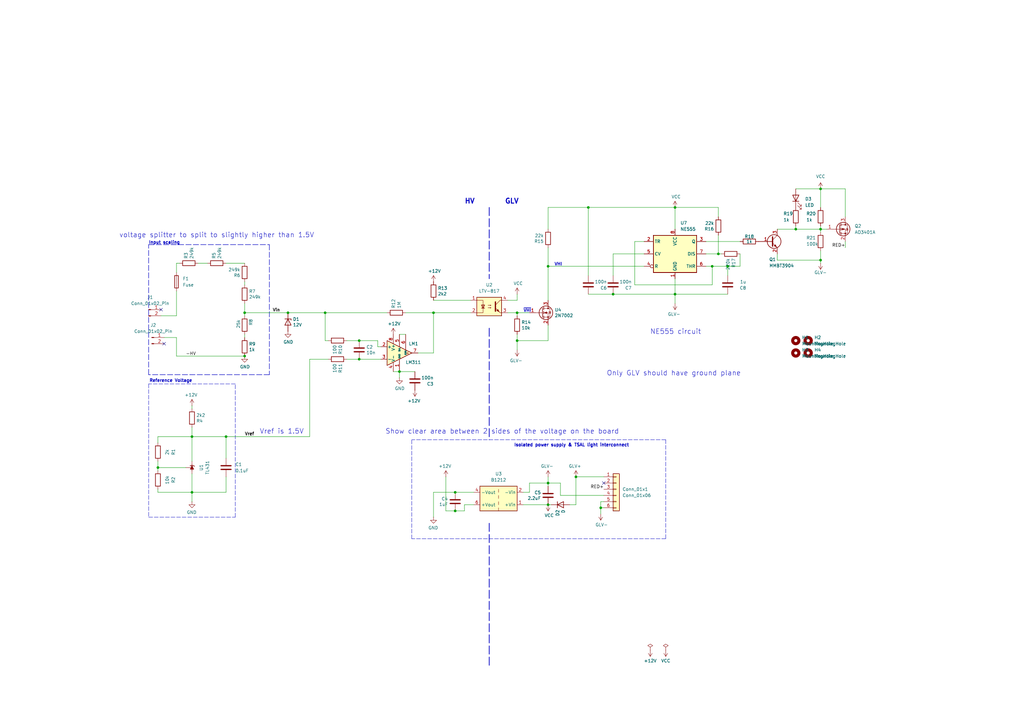
<source format=kicad_sch>
(kicad_sch (version 20231120) (generator "eeschema") (generator_version "8.0")
  (paper "A3")
  (title_block (title "TSAL") (date "2020-03-11") (rev "3.1") (company "NU Racing (UoN)") (comment 1 "Michael Ruppe") (comment 2 "github.com/michaelruppe/FSAE"))
  (lib_symbols
    (symbol "Comparator:LM311" (pin_names (offset 0.127))
      (property "Reference" "U" (at 3.81 6.35 0))
      (property "Value" "LM311" (at 3.81 3.81 0))
      (symbol "LM311_0_1"
        (polyline (pts (xy 5.08 0) (xy -5.08 5.08) (xy -5.08 -5.08) (xy 5.08 0)) (stroke (width 0.254)) (fill (type background)))
        (polyline (pts (xy 3.683 -0.381) (xy 3.302 -0.381) (xy 3.683 0) (xy 3.302 0.381) (xy 2.921 0) (xy 3.302 -0.381) (xy 2.921 -0.381)) (stroke (width 0.127)))
      )
      (symbol "LM311_1_1"
        (pin passive line (at 0 -7.62 90) (length 5.08) (name "GND") (number "1"))
        (pin input line (at -7.62 2.54 0) (length 2.54) (name "+") (number "2"))
        (pin input line (at -7.62 -2.54 0) (length 2.54) (name "-") (number "3"))
        (pin power_in line (at -2.54 -7.62 90) (length 3.81) (name "V-") (number "4"))
        (pin input line (at 0 7.62 270) (length 5.08) (name "BAL") (number "5"))
        (pin input line (at 2.54 7.62 270) (length 6.35) (name "STRB") (number "6"))
        (pin open_collector line (at 7.62 0 180) (length 2.54) (name "~") (number "7"))
        (pin power_in line (at -2.54 7.62 270) (length 3.81) (name "V+") (number "8"))
      )
    )
    (symbol "Connector:Conn_01x02_Pin" (pin_names (offset 1.016) hide)
      (property "Reference" "J" (at 0 2.54 0))
      (property "Value" "Conn_01x02_Pin" (at 0 -5.08 0))
      (symbol "Conn_01x02_Pin_1_1"
        (polyline (pts (xy 1.27 -2.54) (xy 0.8636 -2.54)) (stroke (width 0.1524)))
        (polyline (pts (xy 1.27 0) (xy 0.8636 0)) (stroke (width 0.1524)))
        (rectangle (start 0.8636 -2.413) (end 0 -2.667) (stroke (width 0.1524)) (fill (type outline)))
        (rectangle (start 0.8636 0.127) (end 0 -0.127) (stroke (width 0.1524)) (fill (type outline)))
        (pin passive line (at 5.08 0 180) (length 3.81) (name "Pin_1") (number "1"))
        (pin passive line (at 5.08 -2.54 180) (length 3.81) (name "Pin_2") (number "2"))
      )
    )
    (symbol "Connector_Generic:Conn_01x06" (pin_names (offset 1.016) hide)
      (property "Reference" "J" (at 0 7.62 0))
      (property "Value" "Conn_01x06" (at 0 -10.16 0))
      (symbol "Conn_01x06_1_1"
        (rectangle (start -1.27 -7.493) (end 0 -7.747) (stroke (width 0.1524)))
        (rectangle (start -1.27 -4.953) (end 0 -5.207) (stroke (width 0.1524)))
        (rectangle (start -1.27 -2.413) (end 0 -2.667) (stroke (width 0.1524)))
        (rectangle (start -1.27 0.127) (end 0 -0.127) (stroke (width 0.1524)))
        (rectangle (start -1.27 2.667) (end 0 2.413) (stroke (width 0.1524)))
        (rectangle (start -1.27 5.207) (end 0 4.953) (stroke (width 0.1524)))
        (rectangle (start -1.27 6.35) (end 1.27 -8.89) (stroke (width 0.254)) (fill (type background)))
        (pin passive line (at -5.08 5.08 0) (length 3.81) (name "Pin_1") (number "1"))
        (pin passive line (at -5.08 2.54 0) (length 3.81) (name "Pin_2") (number "2"))
        (pin passive line (at -5.08 0 0) (length 3.81) (name "Pin_3") (number "3"))
        (pin passive line (at -5.08 -2.54 0) (length 3.81) (name "Pin_4") (number "4"))
        (pin passive line (at -5.08 -5.08 0) (length 3.81) (name "Pin_5") (number "5"))
        (pin passive line (at -5.08 -7.62 0) (length 3.81) (name "Pin_6") (number "6"))
      )
    )
    (symbol "Converter_DCDC:TBA2-1212"
      (property "Reference" "U" (at -6.35 6.35 0))
      (property "Value" "TBA2-1212" (at 2.54 6.35 0))
      (symbol "TBA2-1212_0_1"
        (rectangle (start -7.62 5.08) (end 7.62 -5.08) (stroke (width 0.254)) (fill (type background)))
        (polyline (pts (xy 0 -2.54) (xy 0 -3.81)))
        (polyline (pts (xy 0 0) (xy 0 -1.27)))
        (polyline (pts (xy 0 2.54) (xy 0 1.27)))
        (polyline (pts (xy 0 5.08) (xy 0 3.81)))
      )
      (symbol "TBA2-1212_1_1"
        (pin power_in line (at -10.16 2.54 0) (length 2.54) (name "+Vin") (number "1"))
        (pin power_in line (at -10.16 -2.54 0) (length 2.54) (name "-Vin") (number "2"))
        (pin power_out line (at 10.16 -2.54 180) (length 2.54) (name "-Vout") (number "4"))
        (pin power_out line (at 10.16 2.54 180) (length 2.54) (name "+Vout") (number "6"))
      )
    )
    (symbol "Device:C" (pin_numbers hide) (pin_names (offset 0.254))
      (property "Reference" "C" (at 0.635 2.54 0))
      (property "Value" "C" (at 0.635 -2.54 0))
      (symbol "C_0_1"
        (polyline (pts (xy -2.032 -0.762) (xy 2.032 -0.762)) (stroke (width 0.508)))
        (polyline (pts (xy -2.032 0.762) (xy 2.032 0.762)) (stroke (width 0.508)))
      )
      (symbol "C_1_1"
        (pin passive line (at 0 3.81 270) (length 2.794) (name "~") (number "1"))
        (pin passive line (at 0 -3.81 90) (length 2.794) (name "~") (number "2"))
      )
    )
    (symbol "Device:D" (pin_numbers hide) (pin_names (offset 1.016) hide)
      (property "Reference" "D" (at 0 2.54 0))
      (property "Value" "D" (at 0 -2.54 0))
      (symbol "D_0_1"
        (polyline (pts (xy -1.27 1.27) (xy -1.27 -1.27)) (stroke (width 0.254)))
        (polyline (pts (xy 1.27 0) (xy -1.27 0)))
        (polyline (pts (xy 1.27 1.27) (xy 1.27 -1.27) (xy -1.27 0) (xy 1.27 1.27)) (stroke (width 0.254)))
      )
      (symbol "D_1_1"
        (pin passive line (at -3.81 0 0) (length 2.54) (name "K") (number "1"))
        (pin passive line (at 3.81 0 180) (length 2.54) (name "A") (number "2"))
      )
    )
    (symbol "Device:D_Zener" (pin_numbers hide) (pin_names (offset 1.016) hide)
      (property "Reference" "D" (at 0 2.54 0))
      (property "Value" "D_Zener" (at 0 -2.54 0))
      (symbol "D_Zener_0_1"
        (polyline (pts (xy 1.27 0) (xy -1.27 0)))
        (polyline (pts (xy -1.27 -1.27) (xy -1.27 1.27) (xy -0.762 1.27)) (stroke (width 0.254)))
        (polyline (pts (xy 1.27 -1.27) (xy 1.27 1.27) (xy -1.27 0) (xy 1.27 -1.27)) (stroke (width 0.254)))
      )
      (symbol "D_Zener_1_1"
        (pin passive line (at -3.81 0 0) (length 2.54) (name "K") (number "1"))
        (pin passive line (at 3.81 0 180) (length 2.54) (name "A") (number "2"))
      )
    )
    (symbol "Device:Fuse" (pin_numbers hide) (pin_names (offset 0))
      (property "Reference" "F" (at 2.032 0 90))
      (property "Value" "Fuse" (at -1.905 0 90))
      (symbol "Fuse_0_1"
        (rectangle (start -0.762 -2.54) (end 0.762 2.54) (stroke (width 0.254)))
        (polyline (pts (xy 0 2.54) (xy 0 -2.54)))
      )
      (symbol "Fuse_1_1"
        (pin passive line (at 0 3.81 270) (length 1.27) (name "~") (number "1"))
        (pin passive line (at 0 -3.81 90) (length 1.27) (name "~") (number "2"))
      )
    )
    (symbol "Device:LED" (pin_numbers hide) (pin_names (offset 1.016) hide)
      (property "Reference" "D" (at 0 2.54 0))
      (property "Value" "LED" (at 0 -2.54 0))
      (symbol "LED_0_1"
        (polyline (pts (xy -1.27 -1.27) (xy -1.27 1.27)) (stroke (width 0.254)))
        (polyline (pts (xy -1.27 0) (xy 1.27 0)))
        (polyline (pts (xy 1.27 -1.27) (xy 1.27 1.27) (xy -1.27 0) (xy 1.27 -1.27)) (stroke (width 0.254)))
        (polyline (pts (xy -3.048 -0.762) (xy -4.572 -2.286) (xy -3.81 -2.286) (xy -4.572 -2.286) (xy -4.572 -1.524)))
        (polyline (pts (xy -1.778 -0.762) (xy -3.302 -2.286) (xy -2.54 -2.286) (xy -3.302 -2.286) (xy -3.302 -1.524)))
      )
      (symbol "LED_1_1"
        (pin passive line (at -3.81 0 0) (length 2.54) (name "K") (number "1"))
        (pin passive line (at 3.81 0 180) (length 2.54) (name "A") (number "2"))
      )
    )
    (symbol "Device:R" (pin_numbers hide) (pin_names (offset 0))
      (property "Reference" "R" (at 2.032 0 90))
      (property "Value" "R" (at 0 0 90))
      (symbol "R_0_1"
        (rectangle (start -1.016 -2.54) (end 1.016 2.54) (stroke (width 0.254)))
      )
      (symbol "R_1_1"
        (pin passive line (at 0 3.81 270) (length 1.27) (name "~") (number "1"))
        (pin passive line (at 0 -3.81 90) (length 1.27) (name "~") (number "2"))
      )
    )
    (symbol "Isolator:LTV-817" (pin_names (offset 1.016))
      (property "Reference" "U" (at -5.08 5.08 0))
      (property "Value" "LTV-817" (at 0 5.08 0))
      (symbol "LTV-817_0_1"
        (rectangle (start -5.08 3.81) (end 5.08 -3.81) (stroke (width 0.254)) (fill (type background)))
        (polyline (pts (xy -3.175 -0.635) (xy -1.905 -0.635)) (stroke (width 0.254)))
        (polyline (pts (xy 2.54 0.635) (xy 4.445 2.54)))
        (polyline (pts (xy 4.445 -2.54) (xy 2.54 -0.635)) (fill (type outline)))
        (polyline (pts (xy 4.445 -2.54) (xy 5.08 -2.54)))
        (polyline (pts (xy 4.445 2.54) (xy 5.08 2.54)))
        (polyline (pts (xy -5.08 2.54) (xy -2.54 2.54) (xy -2.54 -0.762)))
        (polyline (pts (xy -2.54 -0.635) (xy -2.54 -2.54) (xy -5.08 -2.54)))
        (polyline (pts (xy 2.54 1.905) (xy 2.54 -1.905) (xy 2.54 -1.905)) (stroke (width 0.508)))
        (polyline (pts (xy -2.54 -0.635) (xy -3.175 0.635) (xy -1.905 0.635) (xy -2.54 -0.635)) (stroke (width 0.254)))
        (polyline (pts (xy -0.508 -0.508) (xy 0.762 -0.508) (xy 0.381 -0.635) (xy 0.381 -0.381) (xy 0.762 -0.508)))
        (polyline (pts (xy -0.508 0.508) (xy 0.762 0.508) (xy 0.381 0.381) (xy 0.381 0.635) (xy 0.762 0.508)))
        (polyline (pts (xy 3.048 -1.651) (xy 3.556 -1.143) (xy 4.064 -2.159) (xy 3.048 -1.651) (xy 3.048 -1.651)) (fill (type outline)))
      )
      (symbol "LTV-817_1_1"
        (pin passive line (at -7.62 2.54 0) (length 2.54) (name "~") (number "1"))
        (pin passive line (at -7.62 -2.54 0) (length 2.54) (name "~") (number "2"))
        (pin passive line (at 7.62 -2.54 180) (length 2.54) (name "~") (number "3"))
        (pin passive line (at 7.62 2.54 180) (length 2.54) (name "~") (number "4"))
      )
    )
    (symbol "Mechanical:MountingHole" (pin_names (offset 1.016)) (exclude_from_sim yes) (in_bom no)
      (property "Reference" "H" (at 0 5.08 0))
      (property "Value" "MountingHole" (at 0 3.175 0))
      (symbol "MountingHole_0_1"
        (circle (center 0 0) (radius 1.27) (stroke (width 1.27)))
      )
    )
    (symbol "Reference_Voltage:TL431LP" (pin_numbers hide) (pin_names hide)
      (property "Reference" "U" (at -2.54 2.54 0))
      (property "Value" "TL431LP" (at 0 -2.54 0))
      (symbol "TL431LP_0_1"
        (polyline (pts (xy -1.27 0) (xy 0 0) (xy 1.27 0)))
        (polyline (pts (xy -0.762 0.762) (xy 0.762 0) (xy -0.762 -0.762)) (fill (type outline)))
        (polyline (pts (xy 0.508 -1.016) (xy 0.762 -0.762) (xy 0.762 0.762) (xy 0.762 0.762)) (stroke (width 0.254)))
      )
      (symbol "TL431LP_1_1"
        (pin passive line (at 0 2.54 270) (length 2.54) (name "REF") (number "1"))
        (pin passive line (at -2.54 0 0) (length 2.54) (name "A") (number "2"))
        (pin passive line (at 2.54 0 180) (length 2.54) (name "K") (number "3"))
      )
    )
    (symbol "Timer:NE555D"
      (property "Reference" "U" (at -10.16 8.89 0))
      (property "Value" "NE555D" (at 2.54 8.89 0))
      (symbol "NE555D_0_0"
        (pin power_in line (at 0 -10.16 90) (length 2.54) (name "GND") (number "1"))
        (pin power_in line (at 0 10.16 270) (length 2.54) (name "VCC") (number "8"))
      )
      (symbol "NE555D_0_1"
        (rectangle (start -8.89 -7.62) (end 8.89 7.62) (stroke (width 0.254)) (fill (type background)))
        (rectangle (start -8.89 -7.62) (end 8.89 7.62) (stroke (width 0.254)) (fill (type background)))
      )
      (symbol "NE555D_1_1"
        (pin input line (at -12.7 5.08 0) (length 3.81) (name "TR") (number "2"))
        (pin output line (at 12.7 5.08 180) (length 3.81) (name "Q") (number "3"))
        (pin input inverted (at -12.7 -5.08 0) (length 3.81) (name "R") (number "4"))
        (pin input line (at -12.7 0 0) (length 3.81) (name "CV") (number "5"))
        (pin input line (at 12.7 -5.08 180) (length 3.81) (name "THR") (number "6"))
        (pin input line (at 12.7 0 180) (length 3.81) (name "DIS") (number "7"))
      )
    )
    (symbol "Transistor_BJT:MMBT3904" (pin_names (offset 0) hide)
      (property "Reference" "Q" (at 5.08 1.905 0))
      (property "Value" "MMBT3904" (at 5.08 0 0))
      (symbol "MMBT3904_0_1"
        (polyline (pts (xy 0.635 0.635) (xy 2.54 2.54)))
        (polyline (pts (xy 0.635 -0.635) (xy 2.54 -2.54) (xy 2.54 -2.54)))
        (polyline (pts (xy 0.635 1.905) (xy 0.635 -1.905) (xy 0.635 -1.905)) (stroke (width 0.508)))
        (polyline (pts (xy 1.27 -1.778) (xy 1.778 -1.27) (xy 2.286 -2.286) (xy 1.27 -1.778) (xy 1.27 -1.778)) (fill (type outline)))
        (circle (center 1.27 0) (radius 2.8194) (stroke (width 0.254)))
      )
      (symbol "MMBT3904_1_1"
        (pin input line (at -5.08 0 0) (length 5.715) (name "B") (number "1"))
        (pin passive line (at 2.54 -5.08 90) (length 2.54) (name "E") (number "2"))
        (pin passive line (at 2.54 5.08 270) (length 2.54) (name "C") (number "3"))
      )
    )
    (symbol "Transistor_FET:2N7002" (pin_names hide)
      (property "Reference" "Q" (at 5.08 1.905 0))
      (property "Value" "2N7002" (at 5.08 0 0))
      (symbol "2N7002_0_1"
        (polyline (pts (xy 0.254 0) (xy -2.54 0)))
        (polyline (pts (xy 0.254 1.905) (xy 0.254 -1.905)) (stroke (width 0.254)))
        (polyline (pts (xy 0.762 -1.27) (xy 0.762 -2.286)) (stroke (width 0.254)))
        (polyline (pts (xy 0.762 0.508) (xy 0.762 -0.508)) (stroke (width 0.254)))
        (polyline (pts (xy 0.762 2.286) (xy 0.762 1.27)) (stroke (width 0.254)))
        (polyline (pts (xy 2.54 2.54) (xy 2.54 1.778)))
        (polyline (pts (xy 2.54 -2.54) (xy 2.54 0) (xy 0.762 0)))
        (polyline (pts (xy 0.762 -1.778) (xy 3.302 -1.778) (xy 3.302 1.778) (xy 0.762 1.778)))
        (polyline (pts (xy 1.016 0) (xy 2.032 0.381) (xy 2.032 -0.381) (xy 1.016 0)) (fill (type outline)))
        (polyline (pts (xy 2.794 0.508) (xy 2.921 0.381) (xy 3.683 0.381) (xy 3.81 0.254)))
        (polyline (pts (xy 3.302 0.381) (xy 2.921 -0.254) (xy 3.683 -0.254) (xy 3.302 0.381)))
        (circle (center 1.651 0) (radius 2.794) (stroke (width 0.254)))
        (circle (center 2.54 -1.778) (radius 0.254) (fill (type outline)))
        (circle (center 2.54 1.778) (radius 0.254) (fill (type outline)))
      )
      (symbol "2N7002_1_1"
        (pin input line (at -5.08 0 0) (length 2.54) (name "G") (number "1"))
        (pin passive line (at 2.54 -5.08 90) (length 2.54) (name "S") (number "2"))
        (pin passive line (at 2.54 5.08 270) (length 2.54) (name "D") (number "3"))
      )
    )
    (symbol "Transistor_FET:AO3401A" (pin_names hide)
      (property "Reference" "Q" (at 5.08 1.905 0))
      (property "Value" "AO3401A" (at 5.08 0 0))
      (symbol "AO3401A_0_1"
        (polyline (pts (xy 0.254 0) (xy -2.54 0)))
        (polyline (pts (xy 0.254 1.905) (xy 0.254 -1.905)) (stroke (width 0.254)))
        (polyline (pts (xy 0.762 -1.27) (xy 0.762 -2.286)) (stroke (width 0.254)))
        (polyline (pts (xy 0.762 0.508) (xy 0.762 -0.508)) (stroke (width 0.254)))
        (polyline (pts (xy 0.762 2.286) (xy 0.762 1.27)) (stroke (width 0.254)))
        (polyline (pts (xy 2.54 2.54) (xy 2.54 1.778)))
        (polyline (pts (xy 2.54 -2.54) (xy 2.54 0) (xy 0.762 0)))
        (polyline (pts (xy 0.762 1.778) (xy 3.302 1.778) (xy 3.302 -1.778) (xy 0.762 -1.778)))
        (polyline (pts (xy 2.286 0) (xy 1.27 0.381) (xy 1.27 -0.381) (xy 2.286 0)) (fill (type outline)))
        (polyline (pts (xy 2.794 -0.508) (xy 2.921 -0.381) (xy 3.683 -0.381) (xy 3.81 -0.254)))
        (polyline (pts (xy 3.302 -0.381) (xy 2.921 0.254) (xy 3.683 0.254) (xy 3.302 -0.381)))
        (circle (center 1.651 0) (radius 2.794) (stroke (width 0.254)))
        (circle (center 2.54 -1.778) (radius 0.254) (fill (type outline)))
        (circle (center 2.54 1.778) (radius 0.254) (fill (type outline)))
      )
      (symbol "AO3401A_1_1"
        (pin input line (at -5.08 0 0) (length 2.54) (name "G") (number "1"))
        (pin passive line (at 2.54 -5.08 90) (length 2.54) (name "S") (number "2"))
        (pin passive line (at 2.54 5.08 270) (length 2.54) (name "D") (number "3"))
      )
    )
    (symbol "power-symbol-library:GLV+" (power) (pin_names (offset 0))
      (property "Value" "GLV+" (at 0 3.81 0))
      (symbol "GLV+_0_1"
        (polyline (pts (xy -0.762 1.27) (xy 0 2.54)))
        (polyline (pts (xy 0 0) (xy 0 2.54)))
        (polyline (pts (xy 0 2.54) (xy 0.762 1.27)))
      )
      (symbol "GLV+_1_1"
        (pin power_in line (at 0 0 90) (length 0) hide (name "GLV+") (number "1"))
      )
    )
    (symbol "power-symbol-library:GLV-" (power) (pin_names (offset 0))
      (property "Value" "GLV-" (at 0 3.81 0))
      (symbol "GLV-_0_1"
        (polyline (pts (xy -0.762 1.27) (xy 0 2.54)))
        (polyline (pts (xy 0 0) (xy 0 2.54)))
        (polyline (pts (xy 0 2.54) (xy 0.762 1.27)))
      )
      (symbol "GLV-_1_1"
        (pin power_in line (at 0 0 90) (length 0) hide (name "GLV-") (number "1"))
      )
    )
    (symbol "power:+12V" (power) (pin_numbers hide) (pin_names (offset 0) hide)
      (property "Value" "+12V" (at 0 3.556 0))
      (symbol "+12V_0_1"
        (polyline (pts (xy -0.762 1.27) (xy 0 2.54)))
        (polyline (pts (xy 0 0) (xy 0 2.54)))
        (polyline (pts (xy 0 2.54) (xy 0.762 1.27)))
      )
      (symbol "+12V_1_1"
        (pin power_in line (at 0 0 90) (length 0) (name "~") (number "1"))
      )
    )
    (symbol "power:GND" (power) (pin_numbers hide) (pin_names (offset 0) hide)
      (property "Value" "GND" (at 0 -3.81 0))
      (symbol "GND_0_1"
        (polyline (pts (xy 0 0) (xy 0 -1.27) (xy 1.27 -1.27) (xy 0 -2.54) (xy -1.27 -1.27) (xy 0 -1.27)))
      )
      (symbol "GND_1_1"
        (pin power_in line (at 0 0 270) (length 0) (name "~") (number "1"))
      )
    )
    (symbol "power:PWR_FLAG" (power) (pin_numbers hide) (pin_names (offset 0) hide)
      (property "Value" "PWR_FLAG" (at 0 3.81 0))
      (symbol "PWR_FLAG_0_0"
        (pin power_out line (at 0 0 90) (length 0) (name "~") (number "1"))
      )
      (symbol "PWR_FLAG_0_1"
        (polyline (pts (xy 0 0) (xy 0 1.27) (xy -1.016 1.905) (xy 0 2.54) (xy 1.016 1.905) (xy 0 1.27)))
      )
    )
    (symbol "power:VCC" (power) (pin_numbers hide) (pin_names (offset 0) hide)
      (property "Value" "VCC" (at 0 3.556 0))
      (symbol "VCC_0_1"
        (polyline (pts (xy -0.762 1.27) (xy 0 2.54)))
        (polyline (pts (xy 0 0) (xy 0 2.54)))
        (polyline (pts (xy 0 2.54) (xy 0.762 1.27)))
      )
      (symbol "VCC_1_1"
        (pin power_in line (at 0 0 90) (length 0) (name "~") (number "1"))
      )
    )
  )
  (junction (at 336.55 93.98))
  (junction (at 163.83 152.4))
  (junction (at 92.71 179.07))
  (junction (at 224.79 207.01))
  (junction (at 241.3 85.09))
  (junction (at 336.55 77.47))
  (junction (at 147.32 147.32))
  (junction (at 100.33 128.27))
  (junction (at 212.09 128.27))
  (junction (at 186.69 201.93))
  (junction (at 177.8 128.27))
  (junction (at 78.74 179.07))
  (junction (at 336.55 106.68))
  (junction (at 212.09 139.7))
  (junction (at 133.35 128.27))
  (junction (at 100.33 146.05))
  (junction (at 64.77 191.77))
  (junction (at 186.69 209.55))
  (junction (at 118.11 128.27))
  (junction (at 276.86 120.65))
  (junction (at 294.64 104.14))
  (junction (at 224.79 198.12))
  (junction (at 147.32 139.7))
  (junction (at 236.22 195.58))
  (junction (at 224.79 109.22))
  (junction (at 276.86 85.09))
  (junction (at 298.45 109.22))
  (junction (at 292.1 109.22))
  (junction (at 246.38 208.28))
  (junction (at 326.39 93.98))
  (junction (at 78.74 201.93))
  (junction (at 251.46 120.65))
  (no_connect (at 247.65 198.12))
  (no_connect (at 66.04 127))
  (no_connect (at 67.31 140.97))
  (wire (pts (xy 92.71 201.93) (xy 78.74 201.93)))
  (polyline (pts (xy 110.49 153.67) (xy 60.96 153.67)) (stroke (width 0.2032) (type dash)))
  (polyline (pts (xy 273.05 220.98) (xy 168.91 220.98)) (stroke (width 0) (type dash)))
  (wire (pts (xy 336.55 106.68) (xy 336.55 107.95)))
  (wire (pts (xy 212.09 139.7) (xy 212.09 137.16)))
  (wire (pts (xy 260.35 116.84) (xy 292.1 116.84)))
  (wire (pts (xy 294.64 104.14) (xy 295.91 104.14)))
  (wire (pts (xy 190.5 207.01) (xy 194.31 207.01)))
  (wire (pts (xy 156.21 142.24) (xy 154.94 142.24)))
  (wire (pts (xy 134.62 147.32) (xy 127 147.32)))
  (polyline (pts (xy 96.52 157.48) (xy 60.96 157.48)) (stroke (width 0) (type dash)))
  (wire (pts (xy 224.79 109.22) (xy 264.16 109.22)))
  (wire (pts (xy 100.33 129.54) (xy 100.33 128.27)))
  (wire (pts (xy 276.86 85.09) (xy 276.86 93.98)))
  (wire (pts (xy 64.77 191.77) (xy 64.77 193.04)))
  (wire (pts (xy 326.39 93.98) (xy 326.39 92.71)))
  (wire (pts (xy 72.39 111.76) (xy 72.39 107.95)))
  (wire (pts (xy 326.39 77.47) (xy 336.55 77.47)))
  (wire (pts (xy 177.8 212.09) (xy 177.8 201.93)))
  (wire (pts (xy 336.55 102.87) (xy 336.55 106.68)))
  (wire (pts (xy 92.71 107.95) (xy 100.33 107.95)))
  (polyline (pts (xy 200.66 85.09) (xy 200.66 114.3)) (stroke (width 0.3048) (type dash)))
  (polyline (pts (xy 110.49 100.33) (xy 110.49 153.67)) (stroke (width 0.2032) (type dash)))
  (wire (pts (xy 212.09 123.19) (xy 212.09 120.65)))
  (wire (pts (xy 224.79 85.09) (xy 241.3 85.09)))
  (polyline (pts (xy 60.96 100.33) (xy 110.49 100.33)) (stroke (width 0.2032) (type dash)))
  (wire (pts (xy 346.71 99.06) (xy 346.71 101.6)))
  (wire (pts (xy 64.77 201.93) (xy 64.77 200.66)))
  (wire (pts (xy 100.33 137.16) (xy 100.33 138.43)))
  (wire (pts (xy 326.39 93.98) (xy 336.55 93.98)))
  (wire (pts (xy 336.55 92.71) (xy 336.55 93.98)))
  (wire (pts (xy 78.74 201.93) (xy 78.74 205.74)))
  (wire (pts (xy 64.77 189.23) (xy 64.77 191.77)))
  (polyline (pts (xy 60.96 153.67) (xy 60.96 100.33)) (stroke (width 0.2032) (type dash)))
  (wire (pts (xy 177.8 144.78) (xy 177.8 128.27)))
  (wire (pts (xy 318.77 104.14) (xy 318.77 106.68)))
  (wire (pts (xy 318.77 106.68) (xy 336.55 106.68)))
  (wire (pts (xy 212.09 128.27) (xy 212.09 129.54)))
  (wire (pts (xy 241.3 85.09) (xy 276.86 85.09)))
  (wire (pts (xy 72.39 107.95) (xy 73.66 107.95)))
  (wire (pts (xy 224.79 109.22) (xy 224.79 101.6)))
  (wire (pts (xy 236.22 195.58) (xy 247.65 195.58)))
  (wire (pts (xy 326.39 93.98) (xy 318.77 93.98)))
  (wire (pts (xy 92.71 179.07) (xy 127 179.07)))
  (polyline (pts (xy 200.66 134.62) (xy 200.66 180.34)) (stroke (width 0.3048) (type dash)))
  (wire (pts (xy 264.16 99.06) (xy 260.35 99.06)))
  (wire (pts (xy 247.65 203.2) (xy 229.87 203.2)))
  (polyline (pts (xy 168.91 220.98) (xy 168.91 180.34)) (stroke (width 0) (type dash)))
  (polyline (pts (xy 273.05 180.34) (xy 168.91 180.34)) (stroke (width 0) (type dash)))
  (wire (pts (xy 289.56 104.14) (xy 294.64 104.14)))
  (wire (pts (xy 100.33 124.46) (xy 100.33 128.27)))
  (wire (pts (xy 78.74 167.64) (xy 78.74 166.37)))
  (polyline (pts (xy 60.96 212.09) (xy 96.52 212.09)) (stroke (width 0) (type dash)))
  (wire (pts (xy 224.79 93.98) (xy 224.79 85.09)))
  (wire (pts (xy 177.8 144.78) (xy 171.45 144.78)))
  (wire (pts (xy 81.28 107.95) (xy 85.09 107.95)))
  (wire (pts (xy 241.3 113.03) (xy 241.3 85.09)))
  (wire (pts (xy 78.74 194.31) (xy 78.74 201.93)))
  (wire (pts (xy 212.09 143.51) (xy 212.09 139.7)))
  (wire (pts (xy 147.32 139.7) (xy 142.24 139.7)))
  (wire (pts (xy 177.8 201.93) (xy 186.69 201.93)))
  (wire (pts (xy 224.79 195.58) (xy 224.79 198.12)))
  (wire (pts (xy 251.46 104.14) (xy 251.46 113.03)))
  (wire (pts (xy 190.5 209.55) (xy 186.69 209.55)))
  (wire (pts (xy 214.63 207.01) (xy 224.79 207.01)))
  (polyline (pts (xy 200.66 214.63) (xy 200.66 273.05)) (stroke (width 0.3048) (type dash)))
  (wire (pts (xy 133.35 128.27) (xy 158.75 128.27)))
  (wire (pts (xy 236.22 195.58) (xy 236.22 207.01)))
  (wire (pts (xy 303.53 104.14) (xy 303.53 109.22)))
  (wire (pts (xy 78.74 175.26) (xy 78.74 179.07)))
  (wire (pts (xy 133.35 128.27) (xy 133.35 139.7)))
  (wire (pts (xy 276.86 85.09) (xy 294.64 85.09)))
  (wire (pts (xy 208.28 123.19) (xy 212.09 123.19)))
  (wire (pts (xy 224.79 198.12) (xy 217.17 198.12)))
  (wire (pts (xy 186.69 209.55) (xy 182.88 209.55)))
  (wire (pts (xy 264.16 104.14) (xy 251.46 104.14)))
  (wire (pts (xy 298.45 109.22) (xy 292.1 109.22)))
  (wire (pts (xy 224.79 198.12) (xy 224.79 199.39)))
  (wire (pts (xy 127 147.32) (xy 127 179.07)))
  (wire (pts (xy 251.46 120.65) (xy 276.86 120.65)))
  (wire (pts (xy 154.94 139.7) (xy 147.32 139.7)))
  (wire (pts (xy 92.71 195.58) (xy 92.71 201.93)))
  (wire (pts (xy 142.24 147.32) (xy 147.32 147.32)))
  (wire (pts (xy 177.8 123.19) (xy 193.04 123.19)))
  (wire (pts (xy 292.1 116.84) (xy 292.1 109.22)))
  (wire (pts (xy 72.39 138.43) (xy 72.39 146.05)))
  (wire (pts (xy 336.55 93.98) (xy 336.55 95.25)))
  (wire (pts (xy 64.77 191.77) (xy 76.2 191.77)))
  (wire (pts (xy 100.33 128.27) (xy 118.11 128.27)))
  (wire (pts (xy 229.87 203.2) (xy 229.87 198.12)))
  (wire (pts (xy 346.71 77.47) (xy 346.71 88.9)))
  (wire (pts (xy 163.83 152.4) (xy 163.83 154.94)))
  (wire (pts (xy 163.83 137.16) (xy 166.37 137.16)))
  (wire (pts (xy 241.3 120.65) (xy 251.46 120.65)))
  (wire (pts (xy 133.35 139.7) (xy 134.62 139.7)))
  (wire (pts (xy 67.31 138.43) (xy 72.39 138.43)))
  (wire (pts (xy 78.74 179.07) (xy 92.71 179.07)))
  (wire (pts (xy 163.83 152.4) (xy 170.18 152.4)))
  (polyline (pts (xy 273.05 180.34) (xy 273.05 220.98)) (stroke (width 0) (type dash)))
  (wire (pts (xy 336.55 77.47) (xy 346.71 77.47)))
  (wire (pts (xy 161.29 152.4) (xy 163.83 152.4)))
  (wire (pts (xy 72.39 146.05) (xy 100.33 146.05)))
  (wire (pts (xy 298.45 120.65) (xy 276.86 120.65)))
  (wire (pts (xy 212.09 128.27) (xy 217.17 128.27)))
  (wire (pts (xy 64.77 201.93) (xy 78.74 201.93)))
  (wire (pts (xy 236.22 207.01) (xy 233.68 207.01)))
  (wire (pts (xy 78.74 179.07) (xy 78.74 189.23)))
  (wire (pts (xy 64.77 179.07) (xy 64.77 181.61)))
  (wire (pts (xy 276.86 120.65) (xy 276.86 124.46)))
  (wire (pts (xy 336.55 77.47) (xy 336.55 85.09)))
  (wire (pts (xy 100.33 115.57) (xy 100.33 116.84)))
  (wire (pts (xy 247.65 208.28) (xy 246.38 208.28)))
  (wire (pts (xy 226.06 207.01) (xy 224.79 207.01)))
  (wire (pts (xy 229.87 198.12) (xy 224.79 198.12)))
  (wire (pts (xy 64.77 179.07) (xy 78.74 179.07)))
  (wire (pts (xy 224.79 139.7) (xy 212.09 139.7)))
  (wire (pts (xy 182.88 195.58) (xy 182.88 209.55)))
  (wire (pts (xy 247.65 205.74) (xy 246.38 205.74)))
  (wire (pts (xy 217.17 201.93) (xy 214.63 201.93)))
  (wire (pts (xy 154.94 142.24) (xy 154.94 139.7)))
  (wire (pts (xy 186.69 201.93) (xy 194.31 201.93)))
  (polyline (pts (xy 60.96 157.48) (xy 60.96 212.09)) (stroke (width 0) (type dash)))
  (wire (pts (xy 303.53 109.22) (xy 298.45 109.22)))
  (wire (pts (xy 224.79 133.35) (xy 224.79 139.7)))
  (polyline (pts (xy 96.52 212.09) (xy 96.52 157.48)) (stroke (width 0) (type dash)))
  (wire (pts (xy 294.64 85.09) (xy 294.64 88.9)))
  (wire (pts (xy 190.5 209.55) (xy 190.5 207.01)))
  (wire (pts (xy 72.39 119.38) (xy 72.39 129.54)))
  (wire (pts (xy 260.35 99.06) (xy 260.35 116.84)))
  (wire (pts (xy 92.71 179.07) (xy 92.71 187.96)))
  (wire (pts (xy 298.45 113.03) (xy 298.45 109.22)))
  (wire (pts (xy 289.56 99.06) (xy 303.53 99.06)))
  (wire (pts (xy 118.11 128.27) (xy 133.35 128.27)))
  (wire (pts (xy 292.1 109.22) (xy 289.56 109.22)))
  (wire (pts (xy 66.04 129.54) (xy 72.39 129.54)))
  (wire (pts (xy 246.38 205.74) (xy 246.38 208.28)))
  (wire (pts (xy 276.86 120.65) (xy 276.86 114.3)))
  (wire (pts (xy 166.37 128.27) (xy 177.8 128.27)))
  (wire (pts (xy 224.79 109.22) (xy 224.79 123.19)))
  (wire (pts (xy 147.32 147.32) (xy 156.21 147.32)))
  (wire (pts (xy 246.38 208.28) (xy 246.38 210.82)))
  (wire (pts (xy 294.64 96.52) (xy 294.64 104.14)))
  (wire (pts (xy 212.09 128.27) (xy 208.28 128.27)))
  (wire (pts (xy 177.8 128.27) (xy 193.04 128.27)))
  (wire (pts (xy 336.55 93.98) (xy 339.09 93.98)))
  (wire (pts (xy 217.17 198.12) (xy 217.17 201.93)))
  (text "voltage splitter to split to slightly higher than 1.5V" (at 88.9 96.52 0) (effects (font (size 2.0066 2.0066))))
  (text "Show clear area between 2 sides of the voltage on the board" (at 205.994 177.038 0) (effects (font (size 2.0066 2.0066))))
  (text "Isolated power supply & TSAL light interconnect" (at 258.064 183.388 0) (effects (font (size 1.27 1.27) (thickness 0.254) (bold yes)) (justify right bottom)))
  (text "Reference Voltage" (at 61.214 156.972 0) (effects (font (size 1.27 1.27) (thickness 0.254) (bold yes)) (justify left bottom)))
  (text "~{VHI}" (at 214.63 128.27 0) (effects (font (size 1.27 1.27) (thickness 0.254) (bold yes)) (justify left bottom)))
  (text "Input scaling" (at 60.96 100.33 0) (effects (font (size 1.27 1.27) (thickness 0.254) (bold yes)) (justify left bottom)))
  (text "Only GLV should have ground plane" (at 276.352 153.162 0) (effects (font (size 2.0066 2.0066))))
  (text "GLV" (at 207.01 83.82 0) (effects (font (size 2.0066 2.0066) (thickness 0.4013) (bold yes)) (justify left bottom)))
  (text "VHI" (at 227.33 109.22 0) (effects (font (size 1.27 1.27) (thickness 0.254) (bold yes)) (justify left bottom)))
  (text "Vref is 1.5V\n" (at 115.57 177.038 0) (effects (font (size 2.0066 2.0066))))
  (text "NE555 circuit" (at 277.114 136.144 0) (effects (font (size 2.0066 2.0066))))
  (text "HV" (at 190.5 83.82 0) (effects (font (size 2.0066 2.0066) (thickness 0.4013) (bold yes)) (justify left bottom)))
  (label "-HV" (at 76.2 146.05 0))
  (label "RED+" (at 247.65 200.66 180))
  (label "RED+" (at 346.71 101.6 180))
  (label "Vin" (at 111.76 128.27 0) (effects (font (thickness 0.254) (bold yes))))
  (label "Vref" (at 100.33 179.07 0) (effects (font (thickness 0.254) (bold yes))))
  (symbol (lib_id "Device:R") (at 100.33 120.65 0) (unit 1)
    (property "Reference" "R7" (at 102.108 119.4816 0) (effects (justify left)))
    (property "Value" "249k" (at 102.108 121.793 0) (effects (justify left)))
    (property "Footprint" "Resistor_SMD:R_1206_3216Metric_Pad1.30x1.75mm_HandSolder" (effects (hide yes)))
  )
  (symbol (lib_id "Device:R") (at 100.33 133.35 180) (unit 1)
    (property "Reference" "R8" (at 102.87 130.81 90) (effects (justify left)))
    (property "Value" "25k" (at 97.79 131.0386 90) (effects (justify left)))
    (property "Footprint" "Resistor_SMD:R_1206_3216Metric_Pad1.30x1.75mm_HandSolder" (effects (hide yes)))
  )
  (symbol (lib_id "Device:C") (at 224.79 203.2 0) (mirror y) (unit 1)
    (property "Reference" "C5" (at 221.869 202.0316 0) (effects (justify left)))
    (property "Value" "2.2uF" (at 221.869 204.343 0) (effects (justify left)))
    (property "Footprint" "Capacitor_SMD:C_1206_3216Metric_Pad1.33x1.80mm_HandSolder" (effects (hide yes)))
  )
  (symbol (lib_id "power:+12V") (at 182.88 195.58 0) (mirror y) (unit 1)
    (property "Reference" "#PWR010" (effects (hide yes)))
    (property "Value" "+12V" (at 182.499 191.1858 0))
  )
  (symbol (lib_id "power:GND") (at 177.8 212.09 0) (mirror y) (unit 1)
    (property "Reference" "#PWR09" (effects (hide yes)))
    (property "Value" "GND" (at 177.673 216.4842 0))
  )
  (symbol (lib_id "Device:R") (at 138.43 147.32 270) (unit 1)
    (property "Reference" "R11" (at 139.5984 149.098 0) (effects (justify left)))
    (property "Value" "100" (at 137.287 149.098 0) (effects (justify left)))
    (property "Footprint" "Resistor_SMD:R_1206_3216Metric_Pad1.30x1.75mm_HandSolder" (effects (hide yes)))
  )
  (symbol (lib_id "Device:C") (at 147.32 143.51 0) (unit 1)
    (property "Reference" "C2" (at 150.241 142.3416 0) (effects (justify left)))
    (property "Value" "10n" (at 150.241 144.653 0) (effects (justify left)))
    (property "Footprint" "Capacitor_SMD:C_1206_3216Metric_Pad1.33x1.80mm_HandSolder" (effects (hide yes)))
  )
  (symbol (lib_id "Device:R") (at 138.43 139.7 270) (unit 1)
    (property "Reference" "R10" (at 139.5984 141.478 0) (effects (justify left)))
    (property "Value" "100" (at 137.287 141.478 0) (effects (justify left)))
    (property "Footprint" "Resistor_SMD:R_1206_3216Metric_Pad1.30x1.75mm_HandSolder" (effects (hide yes)))
  )
  (symbol (lib_id "Device:D_Zener") (at 118.11 132.08 270) (unit 1)
    (property "Reference" "D1" (at 120.1166 130.9116 90) (effects (justify left)))
    (property "Value" "12V" (at 120.1166 133.223 90) (effects (justify left)))
    (property "Footprint" "Diode_THT:D_DO-35_SOD27_P7.62mm_Horizontal" (effects (hide yes)))
  )
  (symbol (lib_id "power:GND") (at 118.11 135.89 0) (unit 1)
    (property "Reference" "#PWR04" (effects (hide yes)))
    (property "Value" "GND" (at 118.237 140.2842 0))
  )
  (symbol (lib_id "Device:R") (at 100.33 142.24 0) (unit 1)
    (property "Reference" "R9" (at 102.108 141.0716 0) (effects (justify left)))
    (property "Value" "1k" (at 102.108 143.383 0) (effects (justify left)))
    (property "Footprint" "Resistor_SMD:R_1206_3216Metric_Pad1.30x1.75mm_HandSolder" (effects (hide yes)))
  )
  (symbol (lib_id "power:GND") (at 100.33 146.05 0) (unit 1)
    (property "Reference" "#PWR03" (effects (hide yes)))
    (property "Value" "GND" (at 100.457 150.4442 0))
  )
  (symbol (lib_id "Device:R") (at 100.33 111.76 180) (unit 1)
    (property "Reference" "R6" (at 98.552 112.9284 0) (effects (justify left)))
    (property "Value" "249k" (at 98.552 110.617 0) (effects (justify left)))
    (property "Footprint" "Resistor_SMD:R_1206_3216Metric_Pad1.30x1.75mm_HandSolder" (effects (hide yes)))
  )
  (symbol (lib_id "Device:R") (at 162.56 128.27 90) (unit 1)
    (property "Reference" "R12" (at 161.3916 126.492 0) (effects (justify left)))
    (property "Value" "1M" (at 163.703 126.492 0) (effects (justify left)))
    (property "Footprint" "Resistor_SMD:R_1206_3216Metric_Pad1.30x1.75mm_HandSolder" (effects (hide yes)))
    (property "Description" "optional" (effects (hide yes)))
  )
  (symbol (lib_id "Device:C") (at 170.18 156.21 180) (unit 1)
    (property "Reference" "C3" (at 177.8 157.48 0) (effects (justify left)))
    (property "Value" "100n" (at 177.8 154.94 0) (effects (justify left)))
    (property "Footprint" "Capacitor_SMD:C_1206_3216Metric_Pad1.33x1.80mm_HandSolder" (effects (hide yes)))
  )
  (symbol (lib_id "power:+12V") (at 170.18 160.02 180) (unit 1)
    (property "Reference" "#PWR07" (effects (hide yes)))
    (property "Value" "+12V" (at 169.799 164.4142 0))
  )
  (symbol (lib_id "Comparator:LM311") (at 163.83 144.78 0) (unit 1)
    (property "Reference" "LM1" (at 167.64 140.97 0) (effects (justify left)))
    (property "Value" "LM311" (at 166.37 148.59 0) (effects (justify left)))
    (property "Footprint" "Package_SO:SOIC-8_3.9x4.9mm_P1.27mm" (effects (hide yes)))
    (property "Datasheet" "http://www.ti.com/lit/ds/symlink/lm311.pdf" (effects (hide yes)))
  )
  (symbol (lib_id "power:GND") (at 163.83 154.94 0) (unit 1)
    (property "Reference" "#PWR06" (effects (hide yes)))
    (property "Value" "GND" (at 163.957 159.3342 0))
  )
  (symbol (lib_id "power:+12V") (at 161.29 137.16 0) (unit 1)
    (property "Reference" "#PWR05" (effects (hide yes)))
    (property "Value" "+12V" (at 161.671 132.7658 0))
  )
  (symbol (lib_id "Device:D") (at 229.87 207.01 0) (mirror x) (unit 1)
    (property "Reference" "D2" (at 228.7016 209.0166 90) (effects (justify left)))
    (property "Value" "D" (at 231.013 209.0166 90) (effects (justify left)))
    (property "Footprint" "Diode_SMD:D_SMA_Handsoldering" (effects (hide yes)))
  )
  (symbol (lib_id "power:+12V") (at 177.8 115.57 0) (unit 1)
    (property "Reference" "#PWR08" (effects (hide yes)))
    (property "Value" "+12V" (at 178.181 111.1758 0))
  )
  (symbol (lib_id "Device:R") (at 177.8 119.38 0) (unit 1)
    (property "Reference" "R13" (at 179.578 118.2116 0) (effects (justify left)))
    (property "Value" "2k2" (at 179.578 120.523 0) (effects (justify left)))
    (property "Footprint" "Resistor_SMD:R_1206_3216Metric_Pad1.30x1.75mm_HandSolder" (effects (hide yes)))
  )
  (symbol (lib_id "power-symbol-library:GLV-") (at 212.09 143.51 180) (unit 1)
    (property "Reference" "#PWR012" (effects (hide yes)))
    (property "Value" "GLV-" (at 211.709 147.9042 0))
  )
  (symbol (lib_id "Device:R") (at 212.09 133.35 0) (unit 1)
    (property "Reference" "R14" (at 213.868 132.1816 0) (effects (justify left)))
    (property "Value" "10k" (at 213.868 134.493 0) (effects (justify left)))
    (property "Footprint" "Resistor_SMD:R_1206_3216Metric_Pad1.30x1.75mm_HandSolder" (effects (hide yes)))
  )
  (symbol (lib_id "Device:C") (at 251.46 116.84 180) (unit 1)
    (property "Reference" "C7" (at 259.08 118.11 0) (effects (justify left)))
    (property "Value" "100n" (at 259.08 115.57 0) (effects (justify left)))
    (property "Footprint" "Capacitor_SMD:C_1206_3216Metric_Pad1.33x1.80mm_HandSolder" (effects (hide yes)))
  )
  (symbol (lib_id "Device:R") (at 299.72 104.14 270) (unit 1)
    (property "Reference" "R17" (at 300.8884 105.918 0) (effects (justify left)))
    (property "Value" "220k" (at 298.577 105.918 0) (effects (justify left)))
    (property "Footprint" "Resistor_SMD:R_1206_3216Metric_Pad1.30x1.75mm_HandSolder" (effects (hide yes)))
  )
  (symbol (lib_id "Device:C") (at 241.3 116.84 180) (unit 1)
    (property "Reference" "C6" (at 248.92 118.11 0) (effects (justify left)))
    (property "Value" "100n" (at 248.92 115.57 0) (effects (justify left)))
    (property "Footprint" "Capacitor_SMD:C_1206_3216Metric_Pad1.33x1.80mm_HandSolder" (effects (hide yes)))
  )
  (symbol (lib_id "Device:C") (at 298.45 116.84 180) (unit 1)
    (property "Reference" "C8" (at 306.07 118.11 0) (effects (justify left)))
    (property "Value" "1u" (at 306.07 115.57 0) (effects (justify left)))
    (property "Footprint" "Capacitor_SMD:C_1206_3216Metric_Pad1.33x1.80mm_HandSolder" (effects (hide yes)))
  )
  (symbol (lib_id "Device:R") (at 294.64 92.71 180) (unit 1)
    (property "Reference" "R16" (at 292.862 93.8784 0) (effects (justify left)))
    (property "Value" "22k" (at 292.862 91.567 0) (effects (justify left)))
    (property "Footprint" "Resistor_SMD:R_1206_3216Metric_Pad1.30x1.75mm_HandSolder" (effects (hide yes)))
  )
  (symbol (lib_id "Device:R") (at 88.9 107.95 90) (unit 1)
    (property "Reference" "R5" (at 87.7316 106.172 0) (effects (justify left)))
    (property "Value" "249k" (at 90.043 106.172 0) (effects (justify left)))
    (property "Footprint" "Resistor_SMD:R_1206_3216Metric_Pad1.30x1.75mm_HandSolder" (effects (hide yes)))
  )
  (symbol (lib_id "Device:R") (at 77.47 107.95 90) (unit 1)
    (property "Reference" "R3" (at 76.3016 106.172 0) (effects (justify left)))
    (property "Value" "249k" (at 78.613 106.172 0) (effects (justify left)))
    (property "Footprint" "Resistor_SMD:R_1206_3216Metric_Pad1.30x1.75mm_HandSolder" (effects (hide yes)))
  )
  (symbol (lib_id "power-symbol-library:GLV+") (at 236.22 195.58 0) (mirror y) (unit 1)
    (property "Reference" "#PWR015" (effects (hide yes)))
    (property "Value" "GLV+" (at 235.839 191.1858 0))
  )
  (symbol (lib_id "power-symbol-library:GLV-") (at 224.79 195.58 0) (mirror y) (unit 1)
    (property "Reference" "#PWR013" (effects (hide yes)))
    (property "Value" "GLV-" (at 224.409 191.1858 0))
  )
  (symbol (lib_id "Transistor_FET:2N7002") (at 222.25 128.27 0) (unit 1)
    (property "Reference" "U4" (at 227.4824 127.1016 0) (effects (justify left)))
    (property "Value" "2N7002" (at 227.4824 129.413 0) (effects (justify left)))
    (property "Footprint" "Package_TO_SOT_SMD:SOT-23" (effects (hide yes)))
    (property "Datasheet" "https://www.fairchildsemi.com/datasheets/2N/2N7002.pdf" (effects (hide yes)))
  )
  (symbol (lib_id "power:VCC") (at 224.79 207.01 0) (mirror x) (unit 1)
    (property "Reference" "#PWR014" (effects (hide yes)))
    (property "Value" "VCC" (at 225.2472 211.4042 0))
  )
  (symbol (lib_id "power:VCC") (at 212.09 120.65 0) (unit 1)
    (property "Reference" "#PWR011" (effects (hide yes)))
    (property "Value" "VCC" (at 212.5218 116.2558 0))
  )
  (symbol (lib_id "power:VCC") (at 276.86 85.09 0) (unit 1)
    (property "Reference" "#PWR017" (effects (hide yes)))
    (property "Value" "VCC" (at 277.2918 80.6958 0))
  )
  (symbol (lib_id "Device:R") (at 224.79 97.79 180) (unit 1)
    (property "Reference" "R15" (at 223.012 98.9584 0) (effects (justify left)))
    (property "Value" "22k" (at 223.012 96.647 0) (effects (justify left)))
    (property "Footprint" "Resistor_SMD:R_1206_3216Metric_Pad1.30x1.75mm_HandSolder" (effects (hide yes)))
  )
  (symbol (lib_id "power-symbol-library:GLV-") (at 276.86 124.46 180) (unit 1)
    (property "Reference" "#PWR018" (effects (hide yes)))
    (property "Value" "GLV-" (at 276.479 128.8542 0))
  )
  (symbol (lib_id "power-symbol-library:GLV-") (at 246.38 210.82 0) (mirror x) (unit 1)
    (property "Reference" "#PWR016" (effects (hide yes)))
    (property "Value" "GLV-" (at 246.761 215.2142 0))
  )
  (symbol (lib_id "Reference_Voltage:TL431LP") (at 78.74 191.77 90) (unit 1)
    (property "Reference" "U1" (at 82.55 191.77 0))
    (property "Value" "TL431" (at 85.09 191.77 0))
    (property "Footprint" "Package_TO_SOT_SMD:SOT-23" (effects (hide yes)))
    (property "Datasheet" "http://www.ti.com/lit/ds/symlink/tl431.pdf" (effects (hide yes)))
    (property "Description" "Shunt Regulator, TO-92" (effects (hide yes)))
  )
  (symbol (lib_id "Isolator:LTV-817") (at 200.66 125.73 0) (unit 1)
    (property "Reference" "U2" (at 200.66 116.84 0))
    (property "Value" "LTV-817" (at 200.66 119.38 0))
    (property "Footprint" "Package_DIP:DIP-4_W8.89mm_SMDSocket_LongPads" (effects (hide yes)))
    (property "Datasheet" "http://www.us.liteon.com/downloads/LTV-817-827-847.PDF" (effects (hide yes)))
    (property "Description" "DC Optocoupler, Vce 35V, CTR 50%, DIP-4" (effects (hide yes)))
  )
  (symbol (lib_id "power:GND") (at 78.74 205.74 0) (mirror y) (unit 1)
    (property "Reference" "#PWR02" (effects (hide yes)))
    (property "Value" "GND" (at 78.613 210.1342 0))
  )
  (symbol (lib_id "Device:R") (at 64.77 196.85 0) (unit 1)
    (property "Reference" "R2" (at 71.12 196.85 90))
    (property "Value" "10k" (at 68.58 196.85 90))
    (property "Footprint" "Resistor_SMD:R_1206_3216Metric_Pad1.30x1.75mm_HandSolder" (effects (hide yes)))
    (property "Description" "Resistor" (effects (hide yes)))
  )
  (symbol (lib_id "Mechanical:MountingHole") (at 331.47 144.78 0) (unit 1) (exclude_from_sim yes) (in_bom no)
    (property "Reference" "H4" (at 334.01 143.5099 0) (effects (justify left)))
    (property "Value" "MountingHole" (at 334.01 146.0499 0) (effects (justify left)))
    (property "Footprint" "MountingHole:MountingHole_3.2mm_M3" (effects (hide yes)))
    (property "Description" "Mounting Hole without connection" (effects (hide yes)))
  )
  (symbol (lib_id "Device:R") (at 307.34 99.06 90) (unit 1)
    (property "Reference" "R18" (at 307.34 97.028 90))
    (property "Value" "1k" (at 307.34 99.06 90))
    (property "Footprint" "Resistor_SMD:R_1206_3216Metric_Pad1.30x1.75mm_HandSolder" (effects (hide yes)))
    (property "Description" "Resistor" (effects (hide yes)))
  )
  (symbol (lib_id "Device:C") (at 92.71 191.77 0) (unit 1)
    (property "Reference" "C1" (at 96.52 190.4999 0) (effects (justify left)))
    (property "Value" "0.1uF" (at 96.52 193.0399 0) (effects (justify left)))
    (property "Footprint" "Capacitor_SMD:C_1206_3216Metric_Pad1.33x1.80mm_HandSolder" (effects (hide yes)))
    (property "Description" "Unpolarized capacitor" (effects (hide yes)))
  )
  (symbol (lib_id "power:+12V") (at 266.7 266.7 180) (unit 1)
    (property "Reference" "#PWR022" (effects (hide yes)))
    (property "Value" "+12V" (at 266.7 271.018 0))
    (property "Description" "Power symbol creates a global label with name \"+12V\"" (effects (hide yes)))
  )
  (symbol (lib_id "power:PWR_FLAG") (at 273.05 266.7 0) (unit 1)
    (property "Reference" "#FLG02" (effects (hide yes)))
    (property "Value" "PWR_FLAG" (effects (hide yes)))
    (property "Description" "Special symbol for telling ERC where power comes from" (effects (hide yes)))
  )
  (symbol (lib_id "power:PWR_FLAG") (at 266.7 266.7 0) (unit 1)
    (property "Reference" "#FLG01" (effects (hide yes)))
    (property "Value" "PWR_FLAG" (effects (hide yes)))
    (property "Description" "Special symbol for telling ERC where power comes from" (effects (hide yes)))
  )
  (symbol (lib_id "Mechanical:MountingHole") (at 331.47 139.7 0) (unit 1) (exclude_from_sim yes) (in_bom no)
    (property "Reference" "H2" (at 334.01 138.4299 0) (effects (justify left)))
    (property "Value" "MountingHole" (at 334.01 140.9699 0) (effects (justify left)))
    (property "Footprint" "MountingHole:MountingHole_3.2mm_M3" (effects (hide yes)))
    (property "Description" "Mounting Hole without connection" (effects (hide yes)))
  )
  (symbol (lib_id "Timer:NE555D") (at 276.86 104.14 0) (unit 1)
    (property "Reference" "U7" (at 279.0541 91.44 0) (effects (justify left)))
    (property "Value" "NE555" (at 279.0541 93.98 0) (effects (justify left)))
    (property "Footprint" "Package_SO:SOIC-8_3.9x4.9mm_P1.27mm" (effects (hide yes)))
    (property "Datasheet" "http://www.ti.com/lit/ds/symlink/ne555.pdf" (effects (hide yes)))
  )
  (symbol (lib_id "Mechanical:MountingHole") (at 326.39 144.78 0) (unit 1) (exclude_from_sim yes) (in_bom no)
    (property "Reference" "H3" (at 328.93 143.5099 0) (effects (justify left)))
    (property "Value" "MountingHole" (at 328.93 146.0499 0) (effects (justify left)))
    (property "Footprint" "MountingHole:MountingHole_3.2mm_M3" (effects (hide yes)))
    (property "Description" "Mounting Hole without connection" (effects (hide yes)))
  )
  (symbol (lib_id "Device:LED") (at 326.39 81.28 90) (unit 1)
    (property "Reference" "D3" (at 330.2 81.5974 90) (effects (justify right)))
    (property "Value" "LED" (at 330.2 84.1374 90) (effects (justify right)))
    (property "Footprint" "LED_SMD:LED_1206_3216Metric_Pad1.42x1.75mm_HandSolder" (effects (hide yes)))
    (property "Description" "Light emitting diode" (effects (hide yes)))
  )
  (symbol (lib_id "Transistor_BJT:MMBT3904") (at 316.23 99.06 0) (unit 1)
    (property "Reference" "Q1" (at 315.468 106.426 0) (effects (justify left)))
    (property "Value" "MMBT3904" (at 315.468 108.966 0) (effects (justify left)))
    (property "Footprint" "Package_TO_SOT_SMD:SOT-23" (effects (hide yes)))
    (property "Datasheet" "https://www.onsemi.com/pdf/datasheet/pzt3904-d.pdf" (effects (hide yes)))
    (property "Description" "0.2A Ic, 40V Vce, Small Signal NPN Transistor, SOT-23" (effects (hide yes)))
  )
  (symbol (lib_id "power:VCC") (at 273.05 266.7 180) (unit 1)
    (property "Reference" "#PWR021" (effects (hide yes)))
    (property "Value" "VCC" (at 273.05 271.018 0))
    (property "Description" "Power symbol creates a global label with name \"VCC\"" (effects (hide yes)))
  )
  (symbol (lib_id "power:VCC") (at 336.55 107.95 180) (unit 1)
    (property "Reference" "#PWR020" (effects (hide yes)))
    (property "Value" "GLV-" (at 336.55 111.76 0))
    (property "Description" "Power symbol creates a global label with name \"VCC\"" (effects (hide yes)))
  )
  (symbol (lib_id "Connector_Generic:Conn_01x06") (at 252.73 200.66 0) (unit 1)
    (property "Reference" "Conn_01x1" (at 255.27 200.6599 0) (effects (justify left)))
    (property "Value" "Conn_01x06" (at 255.27 203.1999 0) (effects (justify left)))
    (property "Footprint" "Connector_JST:JST_VH_B6P-VH_1x06_P3.96mm_Vertical" (effects (hide yes)))
    (property "Description" "Generic connector, single row, 01x06, script generated (kicad-library-utils/schlib/autogen/connector/)" (effects (hide yes)))
  )
  (symbol (lib_id "Device:C") (at 186.69 205.74 0) (mirror y) (unit 1)
    (property "Reference" "C4" (at 183.769 204.5716 0) (effects (justify left)))
    (property "Value" "1uF" (at 183.769 206.883 0) (effects (justify left)))
    (property "Footprint" "Capacitor_SMD:C_1206_3216Metric_Pad1.33x1.80mm_HandSolder" (effects (hide yes)))
  )
  (symbol (lib_id "power:+12V") (at 78.74 166.37 0) (mirror y) (unit 1)
    (property "Reference" "#PWR01" (effects (hide yes)))
    (property "Value" "+12V" (at 78.359 161.9758 0))
  )
  (symbol (lib_id "Device:R") (at 64.77 185.42 0) (unit 1)
    (property "Reference" "R1" (at 71.12 185.42 90))
    (property "Value" "2k" (at 68.58 185.42 90))
    (property "Footprint" "Resistor_SMD:R_1206_3216Metric_Pad1.30x1.75mm_HandSolder" (effects (hide yes)))
    (property "Description" "Resistor" (effects (hide yes)))
  )
  (symbol (lib_id "power:VCC") (at 336.55 77.47 0) (unit 1)
    (property "Reference" "#PWR019" (effects (hide yes)))
    (property "Value" "VCC" (at 336.55 72.39 0))
    (property "Description" "Power symbol creates a global label with name \"VCC\"" (effects (hide yes)))
  )
  (symbol (lib_id "Mechanical:MountingHole") (at 326.39 139.7 0) (unit 1) (exclude_from_sim yes) (in_bom no)
    (property "Reference" "H1" (at 328.93 138.4299 0) (effects (justify left)))
    (property "Value" "MountingHole" (at 328.93 140.9699 0) (effects (justify left)))
    (property "Footprint" "MountingHole:MountingHole_3.2mm_M3" (effects (hide yes)))
    (property "Description" "Mounting Hole without connection" (effects (hide yes)))
  )
  (symbol (lib_id "Connector:Conn_01x02_Pin") (at 60.96 127 0) (unit 1)
    (property "Reference" "J1" (at 61.595 121.92 0))
    (property "Value" "Conn_01x02_Pin" (at 61.595 124.46 0))
    (property "Footprint" "Connector_AMASS:AMASS_XT60-M_1x02_P7.20mm_Vertical" (effects (hide yes)))
    (property "Description" "Generic connector, single row, 01x02, script generated" (effects (hide yes)))
  )
  (symbol (lib_id "Device:Fuse") (at 72.39 115.57 0) (unit 1)
    (property "Reference" "F1" (at 74.93 114.2999 0) (effects (justify left)))
    (property "Value" "Fuse" (at 74.93 116.8399 0) (effects (justify left)))
    (property "Footprint" "Fuse:Fuse_1206_3216Metric_Pad1.42x1.75mm_HandSolder" (effects (hide yes)))
    (property "Description" "Fuse" (effects (hide yes)))
  )
  (symbol (lib_id "Transistor_FET:AO3401A") (at 344.17 93.98 0) (unit 1)
    (property "Reference" "Q2" (at 350.52 92.7099 0) (effects (justify left)))
    (property "Value" "AO3401A" (at 350.52 95.2499 0) (effects (justify left)))
    (property "Footprint" "Package_TO_SOT_SMD:SOT-23" (effects (hide yes)))
    (property "Datasheet" "http://www.aosmd.com/pdfs/datasheet/AO3401A.pdf" (effects (hide yes)))
    (property "Description" "-4.0A Id, -30V Vds, P-Channel MOSFET, SOT-23" (effects (hide yes)))
  )
  (symbol (lib_id "Converter_DCDC:TBA2-1212") (at 204.47 204.47 180) (unit 1)
    (property "Reference" "U3" (at 204.47 194.31 0))
    (property "Value" "B1212" (at 204.47 196.85 0))
    (property "Footprint" "Converter_DCDC:Converter_DCDC_TRACO_TBA2-xxxx_Single_THT" (effects (hide yes)))
    (property "Datasheet" "https://www.tracopower.com/products/tba2.pdf" (effects (hide yes)))
    (property "Description" "2W DC/DC converter unregulated, 10.8-13.2V input, 12V fixed output voltage, 165mA output, 1.5kVDC isolation, SIP-7" (effects (hide yes)))
  )
  (symbol (lib_id "Device:R") (at 326.39 88.9 0) (unit 1)
    (property "Reference" "R19" (at 321.31 87.63 0) (effects (justify left)))
    (property "Value" "1k" (at 321.31 90.17 0) (effects (justify left)))
    (property "Footprint" "Resistor_SMD:R_1206_3216Metric_Pad1.30x1.75mm_HandSolder" (effects (hide yes)))
    (property "Description" "Resistor" (effects (hide yes)))
  )
  (symbol (lib_id "Device:R") (at 336.55 88.9 0) (unit 1)
    (property "Reference" "R20" (at 330.708 87.63 0) (effects (justify left)))
    (property "Value" "1k" (at 330.708 90.17 0) (effects (justify left)))
    (property "Footprint" "Resistor_SMD:R_1206_3216Metric_Pad1.30x1.75mm_HandSolder" (effects (hide yes)))
    (property "Description" "Resistor" (effects (hide yes)))
  )
  (symbol (lib_id "Connector:Conn_01x02_Pin") (at 62.23 138.43 0) (unit 1)
    (property "Reference" "J2" (at 62.865 133.35 0))
    (property "Value" "Conn_01x02_Pin" (at 62.865 135.89 0))
    (property "Footprint" "Connector_AMASS:AMASS_XT60-M_1x02_P7.20mm_Vertical" (effects (hide yes)))
    (property "Description" "Generic connector, single row, 01x02, script generated" (effects (hide yes)))
  )
  (symbol (lib_id "Device:R") (at 336.55 99.06 0) (unit 1)
    (property "Reference" "R21" (at 330.708 97.536 0) (effects (justify left)))
    (property "Value" "100k" (at 330.708 100.076 0) (effects (justify left)))
    (property "Footprint" "Resistor_SMD:R_1206_3216Metric_Pad1.30x1.75mm_HandSolder" (effects (hide yes)))
    (property "Description" "Resistor" (effects (hide yes)))
  )
  (symbol (lib_id "Device:R") (at 78.74 171.45 0) (mirror x) (unit 1)
    (property "Reference" "R4" (at 80.518 172.6184 0) (effects (justify left)))
    (property "Value" "2k2" (at 80.518 170.307 0) (effects (justify left)))
    (property "Footprint" "Resistor_SMD:R_1206_3216Metric_Pad1.30x1.75mm_HandSolder" (effects (hide yes)))
  )
)
</source>
